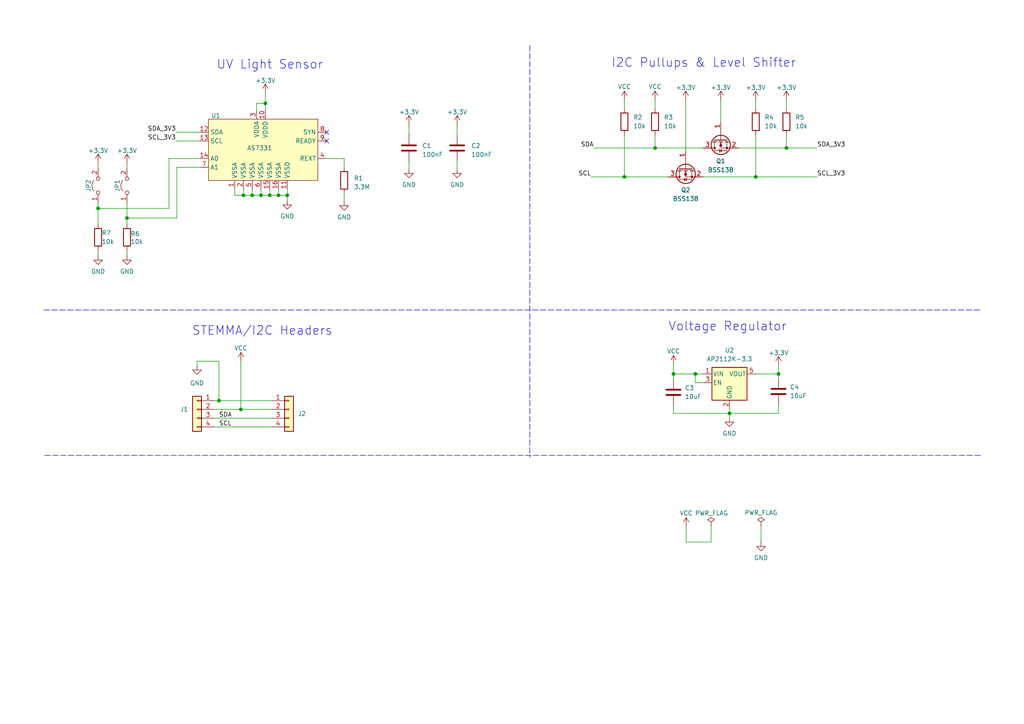
<source format=kicad_sch>
(kicad_sch (version 20230121) (generator eeschema)
  (paper "A4")
  (lib_symbols
    (symbol "Connector_Generic:Conn_01x04" (pin_names (offset 1.016) hide)
      (property "Reference" "J" (at 0 5.08 0))
      (property "Value" "Conn_01x04" (at 0 -7.62 0))
      (symbol "Conn_01x04_1_1"
        (rectangle (start -1.27 -4.953) (end 0 -5.207) (stroke (width 0.1524)))
        (rectangle (start -1.27 -2.413) (end 0 -2.667) (stroke (width 0.1524)))
        (rectangle (start -1.27 0.127) (end 0 -0.127) (stroke (width 0.1524)))
        (rectangle (start -1.27 2.667) (end 0 2.413) (stroke (width 0.1524)))
        (rectangle (start -1.27 3.81) (end 1.27 -6.35) (stroke (width 0.254)) (fill (type background)))
        (pin passive line (at -5.08 2.54 0) (length 3.81) (name "Pin_1") (number "1"))
        (pin passive line (at -5.08 0 0) (length 3.81) (name "Pin_2") (number "2"))
        (pin passive line (at -5.08 -2.54 0) (length 3.81) (name "Pin_3") (number "3"))
        (pin passive line (at -5.08 -5.08 0) (length 3.81) (name "Pin_4") (number "4"))
      )
    )
    (symbol "Device:C" (pin_numbers hide) (pin_names (offset 0.254))
      (property "Reference" "C" (at 0.635 2.54 0))
      (property "Value" "C" (at 0.635 -2.54 0))
      (symbol "C_0_1"
        (polyline (pts (xy -2.032 -0.762) (xy 2.032 -0.762)) (stroke (width 0.508)))
        (polyline (pts (xy -2.032 0.762) (xy 2.032 0.762)) (stroke (width 0.508)))
      )
      (symbol "C_1_1"
        (pin passive line (at 0 3.81 270) (length 2.794) (name "~") (number "1"))
        (pin passive line (at 0 -3.81 90) (length 2.794) (name "~") (number "2"))
      )
    )
    (symbol "Device:R" (pin_numbers hide) (pin_names (offset 0))
      (property "Reference" "R" (at 2.032 0 90))
      (property "Value" "R" (at 0 0 90))
      (symbol "R_0_1"
        (rectangle (start -1.016 -2.54) (end 1.016 2.54) (stroke (width 0.254)))
      )
      (symbol "R_1_1"
        (pin passive line (at 0 3.81 270) (length 1.27) (name "~") (number "1"))
        (pin passive line (at 0 -3.81 90) (length 1.27) (name "~") (number "2"))
      )
    )
    (symbol "Jumper:Jumper_2_Open" (pin_names (offset 0) hide)
      (property "Reference" "JP" (at 0 2.794 0))
      (property "Value" "Jumper_2_Open" (at 0 -2.286 0))
      (symbol "Jumper_2_Open_0_0"
        (circle (center -2.032 0) (radius 0.508))
        (circle (center 2.032 0) (radius 0.508))
      )
      (symbol "Jumper_2_Open_0_1"
        (arc (start 1.524 1.27) (mid 0 1.778) (end -1.524 1.27))
      )
      (symbol "Jumper_2_Open_1_1"
        (pin passive line (at -5.08 0 0) (length 2.54) (name "A") (number "1"))
        (pin passive line (at 5.08 0 180) (length 2.54) (name "B") (number "2"))
      )
    )
    (symbol "Regulator_Linear:AP2112K-3.3" (pin_names (offset 0.254))
      (property "Reference" "U" (at -5.08 5.715 0))
      (property "Value" "AP2112K-3.3" (at 0 5.715 0))
      (symbol "AP2112K-3.3_0_1"
        (rectangle (start -5.08 4.445) (end 5.08 -5.08) (stroke (width 0.254)) (fill (type background)))
      )
      (symbol "AP2112K-3.3_1_1"
        (pin power_in line (at -7.62 2.54 0) (length 2.54) (name "VIN") (number "1"))
        (pin power_in line (at 0 -7.62 90) (length 2.54) (name "GND") (number "2"))
        (pin input line (at -7.62 0 0) (length 2.54) (name "EN") (number "3"))
        (pin no_connect line (at 5.08 0 180) (length 2.54) hide (name "NC") (number "4"))
        (pin power_out line (at 7.62 2.54 180) (length 2.54) (name "VOUT") (number "5"))
      )
    )
    (symbol "Transistor_FET:BSS138" (pin_names hide)
      (property "Reference" "Q" (at 5.08 1.905 0))
      (property "Value" "BSS138" (at 5.08 0 0))
      (symbol "BSS138_0_1"
        (polyline (pts (xy 0.254 0) (xy -2.54 0)))
        (polyline (pts (xy 0.254 1.905) (xy 0.254 -1.905)) (stroke (width 0.254)))
        (polyline (pts (xy 0.762 -1.27) (xy 0.762 -2.286)) (stroke (width 0.254)))
        (polyline (pts (xy 0.762 0.508) (xy 0.762 -0.508)) (stroke (width 0.254)))
        (polyline (pts (xy 0.762 2.286) (xy 0.762 1.27)) (stroke (width 0.254)))
        (polyline (pts (xy 2.54 2.54) (xy 2.54 1.778)))
        (polyline (pts (xy 2.54 -2.54) (xy 2.54 0) (xy 0.762 0)))
        (polyline (pts (xy 0.762 -1.778) (xy 3.302 -1.778) (xy 3.302 1.778) (xy 0.762 1.778)))
        (polyline (pts (xy 1.016 0) (xy 2.032 0.381) (xy 2.032 -0.381) (xy 1.016 0)) (fill (type outline)))
        (polyline (pts (xy 2.794 0.508) (xy 2.921 0.381) (xy 3.683 0.381) (xy 3.81 0.254)))
        (polyline (pts (xy 3.302 0.381) (xy 2.921 -0.254) (xy 3.683 -0.254) (xy 3.302 0.381)))
        (circle (center 1.651 0) (radius 2.794) (stroke (width 0.254)))
        (circle (center 2.54 -1.778) (radius 0.254) (fill (type outline)))
        (circle (center 2.54 1.778) (radius 0.254) (fill (type outline)))
      )
      (symbol "BSS138_1_1"
        (pin input line (at -5.08 0 0) (length 2.54) (name "G") (number "1"))
        (pin passive line (at 2.54 -5.08 90) (length 2.54) (name "S") (number "2"))
        (pin passive line (at 2.54 5.08 270) (length 2.54) (name "D") (number "3"))
      )
    )
    (symbol "power:+3.3V" (power) (pin_names (offset 0))
      (property "Value" "+3.3V" (at 0 3.556 0))
      (symbol "+3.3V_0_1"
        (polyline (pts (xy -0.762 1.27) (xy 0 2.54)))
        (polyline (pts (xy 0 0) (xy 0 2.54)))
        (polyline (pts (xy 0 2.54) (xy 0.762 1.27)))
      )
      (symbol "+3.3V_1_1"
        (pin power_in line (at 0 0 90) (length 0) hide (name "+3.3V") (number "1"))
      )
    )
    (symbol "power:GND" (power) (pin_names (offset 0))
      (property "Value" "GND" (at 0 -3.81 0))
      (symbol "GND_0_1"
        (polyline (pts (xy 0 0) (xy 0 -1.27) (xy 1.27 -1.27) (xy 0 -2.54) (xy -1.27 -1.27) (xy 0 -1.27)))
      )
      (symbol "GND_1_1"
        (pin power_in line (at 0 0 270) (length 0) hide (name "GND") (number "1"))
      )
    )
    (symbol "power:PWR_FLAG" (power) (pin_numbers hide) (pin_names (offset 0) hide)
      (property "Value" "PWR_FLAG" (at 0 3.81 0))
      (symbol "PWR_FLAG_0_0"
        (pin power_out line (at 0 0 90) (length 0) (name "pwr") (number "1"))
      )
      (symbol "PWR_FLAG_0_1"
        (polyline (pts (xy 0 0) (xy 0 1.27) (xy -1.016 1.905) (xy 0 2.54) (xy 1.016 1.905) (xy 0 1.27)))
      )
    )
    (symbol "power:VCC" (power) (pin_names (offset 0))
      (property "Value" "VCC" (at 0 3.81 0))
      (symbol "VCC_0_1"
        (polyline (pts (xy -0.762 1.27) (xy 0 2.54)))
        (polyline (pts (xy 0 0) (xy 0 2.54)))
        (polyline (pts (xy 0 2.54) (xy 0.762 1.27)))
      )
      (symbol "VCC_1_1"
        (pin power_in line (at 0 0 90) (length 0) hide (name "VCC") (number "1"))
      )
    )
    (symbol "uv_abc_custom:AS7331"
      (property "Reference" "U" (at -12.7 10.16 0))
      (property "Value" "AS7331" (at 0 0 0))
      (symbol "AS7331_1_1"
        (rectangle (start -15.24 8.89) (end 16.51 -8.89) (fill (type background)))
        (pin power_in line (at -7.62 -11.43 90) (length 2.54) (name "VSSA") (number "1"))
        (pin power_in line (at 1.27 11.43 270) (length 2.54) (name "VDDD") (number "10"))
        (pin power_in line (at 7.62 -11.43 90) (length 2.54) (name "VSSD") (number "11"))
        (pin bidirectional line (at -17.78 5.08 0) (length 2.54) (name "SDA") (number "12"))
        (pin input line (at -17.78 2.54 0) (length 2.54) (name "SCL") (number "13"))
        (pin input line (at -17.78 -2.54 0) (length 2.54) (name "A0") (number "14"))
        (pin power_in line (at 2.54 -11.43 90) (length 2.54) (name "VSSA") (number "15"))
        (pin power_in line (at 5.08 -11.43 90) (length 2.54) (name "VSSA") (number "16"))
        (pin power_in line (at -5.08 -11.43 90) (length 2.54) (name "VSSA") (number "2"))
        (pin power_in line (at -1.27 11.43 270) (length 2.54) (name "VDDA") (number "3"))
        (pin bidirectional line (at 19.05 -2.54 180) (length 2.54) (name "REXT") (number "4"))
        (pin power_in line (at -2.54 -11.43 90) (length 2.54) (name "VSSA") (number "5"))
        (pin power_in line (at 0 -11.43 90) (length 2.54) (name "VSSA") (number "6"))
        (pin input line (at -17.78 -5.08 0) (length 2.54) (name "A1") (number "7"))
        (pin input line (at 19.05 5.08 180) (length 2.54) (name "SYN") (number "8"))
        (pin output line (at 19.05 2.54 180) (length 2.54) (name "READY") (number "9"))
      )
    )
  )
  (junction (at 189.992 42.926))
  (junction (at 225.806 108.458))
  (junction (at 63.5 116.205))
  (junction (at 69.85 118.745))
  (junction (at 36.83 63.246))
  (junction (at 78.232 56.642))
  (junction (at 219.202 51.308))
  (junction (at 83.312 56.642))
  (junction (at 211.582 119.888))
  (junction (at 70.612 56.642))
  (junction (at 73.152 56.642))
  (junction (at 28.448 60.452))
  (junction (at 195.326 108.458))
  (junction (at 181.102 51.308))
  (junction (at 80.772 56.642))
  (junction (at 228.092 42.926))
  (junction (at 201.676 108.458))
  (junction (at 76.962 29.972))
  (junction (at 75.692 56.642))
  (no_connect (at 94.742 38.354))
  (no_connect (at 94.742 40.894))
  (wire (pts (xy 83.312 56.642) (xy 83.312 54.864)))
  (wire (pts (xy 83.312 56.642) (xy 83.312 58.166)))
  (wire (pts (xy 63.5 116.205) (xy 78.74 116.205)))
  (wire (pts (xy 189.992 42.926) (xy 203.962 42.926)))
  (wire (pts (xy 228.092 42.926) (xy 228.092 39.116)))
  (wire (pts (xy 36.83 58.928) (xy 36.83 63.246)))
  (wire (pts (xy 172.212 42.926) (xy 189.992 42.926)))
  (wire (pts (xy 132.588 46.736) (xy 132.588 49.022)))
  (wire (pts (xy 62.23 123.825) (xy 78.74 123.825)))
  (wire (pts (xy 51.308 63.246) (xy 36.83 63.246)))
  (wire (pts (xy 62.23 116.205) (xy 63.5 116.205)))
  (wire (pts (xy 211.582 119.888) (xy 225.806 119.888)))
  (wire (pts (xy 209.042 28.956) (xy 209.042 35.306)))
  (wire (pts (xy 28.448 60.452) (xy 28.448 65.024)))
  (wire (pts (xy 199.009 152.654) (xy 199.009 157.226)))
  (wire (pts (xy 189.992 39.116) (xy 189.992 42.926)))
  (wire (pts (xy 62.23 118.745) (xy 69.85 118.745)))
  (wire (pts (xy 181.102 39.116) (xy 181.102 51.308)))
  (wire (pts (xy 69.85 104.775) (xy 69.85 118.745)))
  (wire (pts (xy 181.102 28.956) (xy 181.102 31.496)))
  (wire (pts (xy 63.5 104.775) (xy 63.5 116.205)))
  (wire (pts (xy 70.612 56.642) (xy 73.152 56.642)))
  (wire (pts (xy 36.83 47.244) (xy 36.83 48.768)))
  (wire (pts (xy 73.152 56.642) (xy 75.692 56.642)))
  (polyline (pts (xy 12.7 89.916) (xy 284.226 89.916)) (stroke (width 0) (type dash)))
  (wire (pts (xy 49.022 45.974) (xy 57.912 45.974)))
  (wire (pts (xy 225.806 117.348) (xy 225.806 119.888)))
  (wire (pts (xy 225.806 108.458) (xy 225.806 109.728)))
  (wire (pts (xy 36.83 63.246) (xy 36.83 65.024)))
  (wire (pts (xy 51.054 38.354) (xy 57.912 38.354)))
  (wire (pts (xy 195.326 105.664) (xy 195.326 108.458)))
  (wire (pts (xy 74.422 29.972) (xy 76.962 29.972)))
  (wire (pts (xy 206.248 157.226) (xy 199.009 157.226)))
  (wire (pts (xy 76.962 29.972) (xy 76.962 32.004)))
  (wire (pts (xy 76.962 26.924) (xy 76.962 29.972)))
  (wire (pts (xy 99.822 56.134) (xy 99.822 58.42)))
  (wire (pts (xy 201.676 110.998) (xy 201.676 108.458)))
  (wire (pts (xy 181.102 51.308) (xy 193.802 51.308)))
  (wire (pts (xy 73.152 56.642) (xy 73.152 54.864)))
  (wire (pts (xy 51.308 48.514) (xy 51.308 63.246)))
  (wire (pts (xy 189.992 28.956) (xy 189.992 31.496)))
  (wire (pts (xy 225.806 105.918) (xy 225.806 108.458)))
  (wire (pts (xy 75.692 56.642) (xy 78.232 56.642)))
  (wire (pts (xy 28.448 58.928) (xy 28.448 60.452)))
  (polyline (pts (xy 153.67 13.208) (xy 153.67 132.588)) (stroke (width 0) (type dash)))
  (wire (pts (xy 198.882 28.956) (xy 198.882 43.688)))
  (wire (pts (xy 36.83 72.644) (xy 36.83 74.168)))
  (wire (pts (xy 195.326 117.602) (xy 195.326 119.888)))
  (wire (pts (xy 195.326 108.458) (xy 195.326 109.982)))
  (wire (pts (xy 201.676 108.458) (xy 195.326 108.458)))
  (wire (pts (xy 206.248 152.654) (xy 206.248 157.226)))
  (wire (pts (xy 57.15 104.775) (xy 63.5 104.775)))
  (wire (pts (xy 203.962 51.308) (xy 219.202 51.308)))
  (polyline (pts (xy 12.954 132.08) (xy 284.48 132.08)) (stroke (width 0) (type dash)))
  (wire (pts (xy 69.85 118.745) (xy 78.74 118.745)))
  (wire (pts (xy 62.23 121.285) (xy 78.74 121.285)))
  (wire (pts (xy 118.618 46.736) (xy 118.618 49.022)))
  (wire (pts (xy 228.092 42.926) (xy 236.982 42.926)))
  (wire (pts (xy 219.202 51.308) (xy 236.982 51.308)))
  (wire (pts (xy 171.45 51.308) (xy 181.102 51.308)))
  (wire (pts (xy 75.692 56.642) (xy 75.692 54.864)))
  (wire (pts (xy 228.092 28.956) (xy 228.092 31.496)))
  (wire (pts (xy 28.448 60.452) (xy 49.022 60.452)))
  (wire (pts (xy 49.022 60.452) (xy 49.022 45.974)))
  (wire (pts (xy 132.588 36.068) (xy 132.588 39.116)))
  (wire (pts (xy 74.422 29.972) (xy 74.422 32.004)))
  (wire (pts (xy 57.15 106.045) (xy 57.15 104.775)))
  (wire (pts (xy 51.308 48.514) (xy 57.912 48.514)))
  (wire (pts (xy 219.202 28.956) (xy 219.202 31.496)))
  (wire (pts (xy 211.582 118.618) (xy 211.582 119.888)))
  (wire (pts (xy 70.612 56.642) (xy 70.612 54.864)))
  (wire (pts (xy 201.676 108.458) (xy 203.962 108.458)))
  (wire (pts (xy 214.122 42.926) (xy 228.092 42.926)))
  (wire (pts (xy 203.962 110.998) (xy 201.676 110.998)))
  (wire (pts (xy 211.582 119.888) (xy 211.582 121.158)))
  (wire (pts (xy 80.772 56.642) (xy 83.312 56.642)))
  (wire (pts (xy 80.772 56.642) (xy 80.772 54.864)))
  (wire (pts (xy 68.072 54.864) (xy 68.072 56.642)))
  (wire (pts (xy 99.822 45.974) (xy 99.822 48.514)))
  (wire (pts (xy 195.326 119.888) (xy 211.582 119.888)))
  (wire (pts (xy 51.054 40.894) (xy 57.912 40.894)))
  (wire (pts (xy 28.448 72.644) (xy 28.448 74.168)))
  (wire (pts (xy 78.232 56.642) (xy 80.772 56.642)))
  (wire (pts (xy 219.202 51.308) (xy 219.202 39.116)))
  (wire (pts (xy 94.742 45.974) (xy 99.822 45.974)))
  (wire (pts (xy 68.072 56.642) (xy 70.612 56.642)))
  (wire (pts (xy 28.448 47.244) (xy 28.448 48.768)))
  (wire (pts (xy 118.618 36.068) (xy 118.618 39.116)))
  (wire (pts (xy 78.232 56.642) (xy 78.232 54.864)))
  (wire (pts (xy 220.726 152.654) (xy 220.726 157.226)))
  (wire (pts (xy 219.202 108.458) (xy 225.806 108.458)))
  (text "STEMMA/I2C Headers" (at 55.626 97.536 0) (effects (font (size 2.54 2.54)) (justify left bottom)))
  (text "UV Light Sensor" (at 62.738 20.32 0) (effects (font (size 2.54 2.54)) (justify left bottom)))
  (text "Voltage Regulator " (at 193.802 96.266 0) (effects (font (size 2.54 2.54)) (justify left bottom)))
  (text "I2C Pullups & Level Shifter" (at 177.292 19.812 0) (effects (font (size 2.54 2.54)) (justify left bottom)))
  (label "SCL" (at 63.5 123.825 0))
  (label "SDA" (at 172.212 42.926 180))
  (label "SDA" (at 63.5 121.285 0))
  (label "SCL_3V3" (at 236.982 51.308 0))
  (label "SCL" (at 171.45 51.308 180))
  (label "SDA_3V3" (at 51.054 38.354 180))
  (label "SDA_3V3" (at 236.982 42.926 0))
  (label "SCL_3V3" (at 51.054 40.894 180))
  (symbol (lib_id "Connector_Generic:Conn_01x04") (at 57.15 118.745 0) (mirror y) (unit 1)
    (property "Reference" "J1" (at 54.61 118.745 0) (effects (justify left)))
    (property "Value" "Conn_01x04" (effects hide))
    (property "Footprint" "BOOMELE_SH_SMD:BOOMELE_SMD_SH_4PIN_RT" (effects hide))
  )
  (symbol (lib_id "power:VCC") (at 199.009 152.654 0) (unit 1)
    (property "Reference" "#PWR023" (effects hide))
    (property "Value" "VCC" (at 199.009 148.844 0))
  )
  (symbol (lib_id "Transistor_FET:BSS138") (at 198.882 48.768 90) (mirror x) (unit 1)
    (property "Reference" "Q2" (at 198.882 55.118 90))
    (property "Value" "BSS138" (at 198.882 57.658 90))
    (property "Footprint" "Package_TO_SOT_SMD:SOT-23" (effects hide))
    (property "Datasheet" "https://www.onsemi.com/pub/Collateral/BSS138-D.PDF" (effects hide))
  )
  (symbol (lib_id "Jumper:Jumper_2_Open") (at 28.448 53.848 90) (unit 1)
    (property "Reference" "JP2" (at 25.654 53.848 0))
    (property "Value" "Jumper_2_Open" (effects hide))
    (property "Footprint" "Jumper:SolderJumper-2_P1.3mm_Open_TrianglePad1.0x1.5mm" (effects hide))
  )
  (symbol (lib_id "Device:C") (at 132.588 42.926 0) (unit 1)
    (property "Reference" "C2" (at 136.652 42.291 0) (effects (justify left)))
    (property "Value" "100nF" (at 136.652 44.831 0) (effects (justify left)))
    (property "Footprint" "Capacitor_SMD:C_0402_1005Metric" (effects hide))
  )
  (symbol (lib_id "power:VCC") (at 69.85 104.775 0) (unit 1)
    (property "Reference" "#PWR09" (effects hide))
    (property "Value" "VCC" (at 69.85 100.965 0))
  )
  (symbol (lib_id "power:VCC") (at 189.992 28.956 0) (unit 1)
    (property "Reference" "#PWR012" (effects hide))
    (property "Value" "VCC" (at 189.992 25.146 0))
  )
  (symbol (lib_id "power:PWR_FLAG") (at 206.248 152.654 0) (unit 1)
    (property "Reference" "#FLG01" (effects hide))
    (property "Value" "PWR_FLAG" (at 206.375 148.844 0))
  )
  (symbol (lib_id "Device:R") (at 28.448 68.834 0) (unit 1)
    (property "Reference" "R7" (at 29.464 67.564 0) (effects (justify left)))
    (property "Value" "10k" (at 29.464 70.104 0) (effects (justify left)))
    (property "Footprint" "Resistor_SMD:R_0402_1005Metric" (effects hide))
  )
  (symbol (lib_id "power:+3.3V") (at 28.448 47.244 0) (unit 1)
    (property "Reference" "#PWR021" (effects hide))
    (property "Value" "+3.3V" (at 28.448 43.688 0))
  )
  (symbol (lib_id "power:+3.3V") (at 228.092 28.956 0) (unit 1)
    (property "Reference" "#PWR016" (effects hide))
    (property "Value" "+3.3V" (at 228.092 25.4 0))
  )
  (symbol (lib_id "Device:R") (at 219.202 35.306 0) (unit 1)
    (property "Reference" "R4" (at 221.742 34.036 0) (effects (justify left)))
    (property "Value" "10k" (at 221.742 36.576 0) (effects (justify left)))
    (property "Footprint" "Resistor_SMD:R_0402_1005Metric" (effects hide))
  )
  (symbol (lib_id "power:GND") (at 99.822 58.42 0) (unit 1)
    (property "Reference" "#PWR07" (effects hide))
    (property "Value" "GND" (at 99.822 62.992 0))
  )
  (symbol (lib_id "power:+3.3V") (at 36.83 47.244 0) (unit 1)
    (property "Reference" "#PWR022" (effects hide))
    (property "Value" "+3.3V" (at 36.83 43.688 0))
  )
  (symbol (lib_id "Regulator_Linear:AP2112K-3.3") (at 211.582 110.998 0) (unit 1)
    (property "Reference" "U2" (at 211.582 101.6 0))
    (property "Value" "AP2112K-3.3" (at 211.582 104.14 0))
    (property "Footprint" "Package_TO_SOT_SMD:SOT-23-5" (effects hide))
    (property "Datasheet" "https://www.diodes.com/assets/Datasheets/AP2112.pdf" (effects hide))
  )
  (symbol (lib_id "Device:R") (at 99.822 52.324 0) (unit 1)
    (property "Reference" "R1" (at 102.616 51.689 0) (effects (justify left)))
    (property "Value" "3.3M" (at 102.616 54.229 0) (effects (justify left)))
    (property "Footprint" "Resistor_SMD:R_0402_1005Metric" (effects hide))
  )
  (symbol (lib_id "Device:C") (at 195.326 113.792 0) (unit 1)
    (property "Reference" "C3" (at 198.628 112.522 0) (effects (justify left)))
    (property "Value" "10uF" (at 198.628 115.062 0) (effects (justify left)))
    (property "Footprint" "Capacitor_SMD:C_0402_1005Metric" (effects hide))
  )
  (symbol (lib_id "uv_abc_custom:AS7331") (at 75.692 43.434 0) (unit 1)
    (property "Reference" "U1" (at 61.214 33.528 0) (effects (justify left)))
    (property "Value" "AS7331" (at 71.628 42.926 0) (effects (justify left)))
    (property "Footprint" "AS7331:AS7331" (effects hide))
  )
  (symbol (lib_id "power:GND") (at 36.83 74.168 0) (unit 1)
    (property "Reference" "#PWR08" (effects hide))
    (property "Value" "GND" (at 36.83 78.74 0))
  )
  (symbol (lib_id "Connector_Generic:Conn_01x04") (at 83.82 118.745 0) (unit 1)
    (property "Reference" "J2" (at 86.36 120.015 0) (effects (justify left)))
    (property "Value" "Conn_01x04" (effects hide))
    (property "Footprint" "BOOMELE_SH_SMD:BOOMELE_SMD_SH_4PIN_RT" (effects hide))
  )
  (symbol (lib_id "power:GND") (at 57.15 106.045 0) (unit 1)
    (property "Reference" "#PWR010" (effects hide))
    (property "Value" "GND" (at 57.15 111.125 0))
  )
  (symbol (lib_id "power:+3.3V") (at 225.806 105.918 0) (unit 1)
    (property "Reference" "#PWR019" (effects hide))
    (property "Value" "+3.3V" (at 225.806 102.362 0))
  )
  (symbol (lib_id "power:GND") (at 118.618 49.022 0) (unit 1)
    (property "Reference" "#PWR03" (effects hide))
    (property "Value" "GND" (at 118.618 53.594 0))
  )
  (symbol (lib_id "power:VCC") (at 195.326 105.664 0) (unit 1)
    (property "Reference" "#PWR018" (effects hide))
    (property "Value" "VCC" (at 195.326 101.854 0))
  )
  (symbol (lib_id "power:+3.3V") (at 219.202 28.956 0) (unit 1)
    (property "Reference" "#PWR015" (effects hide))
    (property "Value" "+3.3V" (at 219.202 25.4 0))
  )
  (symbol (lib_id "Device:C") (at 225.806 113.538 0) (unit 1)
    (property "Reference" "C4" (at 229.108 112.268 0) (effects (justify left)))
    (property "Value" "10uF" (at 229.108 114.808 0) (effects (justify left)))
    (property "Footprint" "Capacitor_SMD:C_0402_1005Metric" (effects hide))
  )
  (symbol (lib_id "Device:C") (at 118.618 42.926 0) (unit 1)
    (property "Reference" "C1" (at 122.428 42.291 0) (effects (justify left)))
    (property "Value" "100nF" (at 122.428 44.831 0) (effects (justify left)))
    (property "Footprint" "Capacitor_SMD:C_0402_1005Metric" (effects hide))
  )
  (symbol (lib_id "power:GND") (at 220.726 157.226 0) (unit 1)
    (property "Reference" "#PWR024" (effects hide))
    (property "Value" "GND" (at 220.726 161.798 0))
  )
  (symbol (lib_id "power:PWR_FLAG") (at 220.726 152.654 0) (unit 1)
    (property "Reference" "#FLG02" (effects hide))
    (property "Value" "PWR_FLAG" (at 220.726 148.717 0))
  )
  (symbol (lib_id "power:+3.3V") (at 209.042 28.956 0) (unit 1)
    (property "Reference" "#PWR014" (effects hide))
    (property "Value" "+3.3V" (at 209.042 25.4 0))
  )
  (symbol (lib_id "power:+3.3V") (at 76.962 26.924 0) (unit 1)
    (property "Reference" "#PWR02" (effects hide))
    (property "Value" "+3.3V" (at 76.962 23.368 0))
  )
  (symbol (lib_id "power:GND") (at 28.448 74.168 0) (unit 1)
    (property "Reference" "#PWR020" (effects hide))
    (property "Value" "GND" (at 28.448 78.74 0))
  )
  (symbol (lib_id "power:+3.3V") (at 132.588 36.068 0) (unit 1)
    (property "Reference" "#PWR06" (effects hide))
    (property "Value" "+3.3V" (at 132.588 32.512 0))
  )
  (symbol (lib_id "power:GND") (at 83.312 58.166 0) (unit 1)
    (property "Reference" "#PWR01" (effects hide))
    (property "Value" "GND" (at 83.312 62.738 0))
  )
  (symbol (lib_id "power:+3.3V") (at 198.882 28.956 0) (unit 1)
    (property "Reference" "#PWR013" (effects hide))
    (property "Value" "+3.3V" (at 198.882 25.4 0))
  )
  (symbol (lib_id "power:GND") (at 132.588 49.022 0) (unit 1)
    (property "Reference" "#PWR04" (effects hide))
    (property "Value" "GND" (at 132.588 53.594 0))
  )
  (symbol (lib_id "power:VCC") (at 181.102 28.956 0) (unit 1)
    (property "Reference" "#PWR011" (effects hide))
    (property "Value" "VCC" (at 181.102 25.146 0))
  )
  (symbol (lib_id "Device:R") (at 36.83 68.834 0) (unit 1)
    (property "Reference" "R6" (at 37.846 67.818 0) (effects (justify left)))
    (property "Value" "10k" (at 37.846 70.104 0) (effects (justify left)))
    (property "Footprint" "Resistor_SMD:R_0402_1005Metric" (effects hide))
  )
  (symbol (lib_id "Device:R") (at 181.102 35.306 0) (unit 1)
    (property "Reference" "R2" (at 183.642 34.036 0) (effects (justify left)))
    (property "Value" "10k" (at 183.642 36.576 0) (effects (justify left)))
    (property "Footprint" "Resistor_SMD:R_0402_1005Metric" (effects hide))
  )
  (symbol (lib_id "Transistor_FET:BSS138") (at 209.042 40.386 90) (mirror x) (unit 1)
    (property "Reference" "Q1" (at 209.042 46.736 90))
    (property "Value" "BSS138" (at 209.042 49.276 90))
    (property "Footprint" "Package_TO_SOT_SMD:SOT-23" (effects hide))
    (property "Datasheet" "https://www.onsemi.com/pub/Collateral/BSS138-D.PDF" (effects hide))
  )
  (symbol (lib_id "power:GND") (at 211.582 121.158 0) (unit 1)
    (property "Reference" "#PWR017" (effects hide))
    (property "Value" "GND" (at 211.582 125.73 0))
  )
  (symbol (lib_id "power:+3.3V") (at 118.618 36.068 0) (unit 1)
    (property "Reference" "#PWR05" (effects hide))
    (property "Value" "+3.3V" (at 118.618 32.512 0))
  )
  (symbol (lib_id "Device:R") (at 228.092 35.306 0) (unit 1)
    (property "Reference" "R5" (at 230.632 34.036 0) (effects (justify left)))
    (property "Value" "10k" (at 230.632 36.576 0) (effects (justify left)))
    (property "Footprint" "Resistor_SMD:R_0402_1005Metric" (effects hide))
  )
  (symbol (lib_id "Device:R") (at 189.992 35.306 0) (unit 1)
    (property "Reference" "R3" (at 192.532 34.036 0) (effects (justify left)))
    (property "Value" "10k" (at 192.532 36.576 0) (effects (justify left)))
    (property "Footprint" "Resistor_SMD:R_0402_1005Metric" (effects hide))
  )
  (symbol (lib_id "Jumper:Jumper_2_Open") (at 36.83 53.848 90) (unit 1)
    (property "Reference" "JP1" (at 34.036 53.848 0))
    (property "Value" "Jumper_2_Open" (effects hide))
    (property "Footprint" "Jumper:SolderJumper-2_P1.3mm_Open_TrianglePad1.0x1.5mm" (effects hide))
  )
)
</source>
